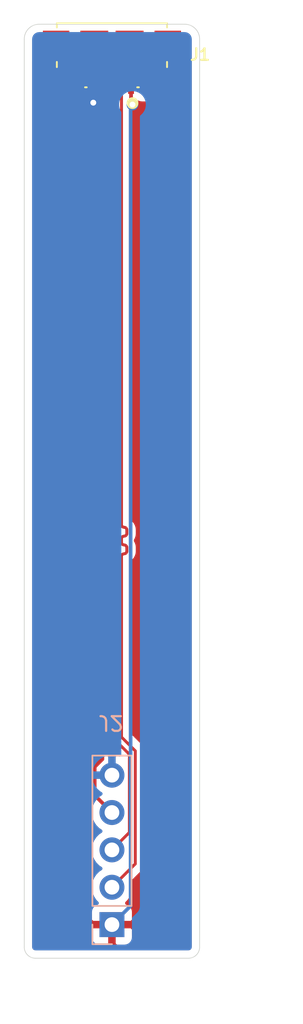
<source format=kicad_pcb>
(kicad_pcb (version 20171130) (host pcbnew 5.1.9-1.fc33)

  (general
    (thickness 1.6)
    (drawings 10)
    (tracks 391)
    (zones 0)
    (modules 2)
    (nets 6)
  )

  (page A4)
  (layers
    (0 F.Cu signal)
    (31 B.Cu signal)
    (32 B.Adhes user)
    (33 F.Adhes user)
    (34 B.Paste user)
    (35 F.Paste user)
    (36 B.SilkS user)
    (37 F.SilkS user)
    (38 B.Mask user)
    (39 F.Mask user)
    (40 Dwgs.User user)
    (41 Cmts.User user)
    (42 Eco1.User user)
    (43 Eco2.User user)
    (44 Edge.Cuts user)
    (45 Margin user)
    (46 B.CrtYd user)
    (47 F.CrtYd user)
    (48 B.Fab user)
    (49 F.Fab user)
  )

  (setup
    (last_trace_width 0.25)
    (trace_clearance 0.2)
    (zone_clearance 0.508)
    (zone_45_only no)
    (trace_min 0.2)
    (via_size 0.8)
    (via_drill 0.4)
    (via_min_size 0.4)
    (via_min_drill 0.3)
    (uvia_size 0.3)
    (uvia_drill 0.1)
    (uvias_allowed no)
    (uvia_min_size 0.2)
    (uvia_min_drill 0.1)
    (edge_width 0.05)
    (segment_width 0.2)
    (pcb_text_width 0.3)
    (pcb_text_size 1.5 1.5)
    (mod_edge_width 0.12)
    (mod_text_size 1 1)
    (mod_text_width 0.15)
    (pad_size 1.524 1.524)
    (pad_drill 0.762)
    (pad_to_mask_clearance 0)
    (aux_axis_origin 0 0)
    (grid_origin 135 59.85)
    (visible_elements FFFFFF7F)
    (pcbplotparams
      (layerselection 0x010fc_ffffffff)
      (usegerberextensions false)
      (usegerberattributes true)
      (usegerberadvancedattributes true)
      (creategerberjobfile true)
      (excludeedgelayer true)
      (linewidth 0.100000)
      (plotframeref false)
      (viasonmask false)
      (mode 1)
      (useauxorigin false)
      (hpglpennumber 1)
      (hpglpenspeed 20)
      (hpglpendiameter 15.000000)
      (psnegative false)
      (psa4output false)
      (plotreference true)
      (plotvalue true)
      (plotinvisibletext false)
      (padsonsilk false)
      (subtractmaskfromsilk false)
      (outputformat 1)
      (mirror false)
      (drillshape 1)
      (scaleselection 1)
      (outputdirectory ""))
  )

  (net 0 "")
  (net 1 "Net-(J1-Pad4)")
  (net 2 /VBUS)
  (net 3 /D-)
  (net 4 /D+)
  (net 5 /GND)

  (net_class Default "This is the default net class."
    (clearance 0.2)
    (trace_width 0.25)
    (via_dia 0.8)
    (via_drill 0.4)
    (uvia_dia 0.3)
    (uvia_drill 0.1)
    (add_net /D+)
    (add_net /D-)
    (add_net /GND)
    (add_net /VBUS)
    (add_net "Net-(J1-Pad4)")
  )

  (module Connector_PinHeader_2.54mm:PinHeader_1x05_P2.54mm_Vertical (layer B.Cu) (tedit 59FED5CC) (tstamp 62350C4A)
    (at 135 117)
    (descr "Through hole straight pin header, 1x05, 2.54mm pitch, single row")
    (tags "Through hole pin header THT 1x05 2.54mm single row")
    (path /622D3B19)
    (fp_text reference J2 (at -0.0635 -13.716 180 unlocked) (layer B.SilkS)
      (effects (font (size 1 1) (thickness 0.15)) (justify mirror))
    )
    (fp_text value Conn_01x05_Male (at 3 -5 90 unlocked) (layer B.Fab)
      (effects (font (size 1 1) (thickness 0.15)) (justify mirror))
    )
    (fp_line (start -0.635 1.27) (end 1.27 1.27) (layer B.Fab) (width 0.1))
    (fp_line (start 1.27 1.27) (end 1.27 -11.43) (layer B.Fab) (width 0.1))
    (fp_line (start 1.27 -11.43) (end -1.27 -11.43) (layer B.Fab) (width 0.1))
    (fp_line (start -1.27 -11.43) (end -1.27 0.635) (layer B.Fab) (width 0.1))
    (fp_line (start -1.27 0.635) (end -0.635 1.27) (layer B.Fab) (width 0.1))
    (fp_line (start -1.33 -11.49) (end 1.33 -11.49) (layer B.SilkS) (width 0.12))
    (fp_line (start -1.33 -1.27) (end -1.33 -11.49) (layer B.SilkS) (width 0.12))
    (fp_line (start 1.33 -1.27) (end 1.33 -11.49) (layer B.SilkS) (width 0.12))
    (fp_line (start -1.33 -1.27) (end 1.33 -1.27) (layer B.SilkS) (width 0.12))
    (fp_line (start -1.33 0) (end -1.33 1.33) (layer B.SilkS) (width 0.12))
    (fp_line (start -1.33 1.33) (end 0 1.33) (layer B.SilkS) (width 0.12))
    (fp_line (start -1.8 1.8) (end -1.8 -11.95) (layer B.CrtYd) (width 0.05))
    (fp_line (start -1.8 -11.95) (end 1.8 -11.95) (layer B.CrtYd) (width 0.05))
    (fp_line (start 1.8 -11.95) (end 1.8 1.8) (layer B.CrtYd) (width 0.05))
    (fp_line (start 1.8 1.8) (end -1.8 1.8) (layer B.CrtYd) (width 0.05))
    (fp_text user %R (at 0 -5.08 270) (layer B.Fab)
      (effects (font (size 1 1) (thickness 0.15)) (justify mirror))
    )
    (pad 5 thru_hole oval (at 0 -10.16) (size 1.7 1.7) (drill 1) (layers *.Cu *.Mask)
      (net 5 /GND))
    (pad 4 thru_hole oval (at 0 -7.62) (size 1.7 1.7) (drill 1) (layers *.Cu *.Mask)
      (net 1 "Net-(J1-Pad4)"))
    (pad 3 thru_hole oval (at 0 -5.08) (size 1.7 1.7) (drill 1) (layers *.Cu *.Mask)
      (net 4 /D+))
    (pad 2 thru_hole oval (at 0 -2.54) (size 1.7 1.7) (drill 1) (layers *.Cu *.Mask)
      (net 3 /D-))
    (pad 1 thru_hole rect (at 0 0) (size 1.7 1.7) (drill 1) (layers *.Cu *.Mask)
      (net 2 /VBUS))
    (model ${KISYS3DMOD}/Connector_PinHeader_2.54mm.3dshapes/PinHeader_1x05_P2.54mm_Vertical.wrl
      (at (xyz 0 0 0))
      (scale (xyz 1 1 1))
      (rotate (xyz 0 0 0))
    )
  )

  (module rmpogo:AMPHENOL_10118192-0001LF (layer F.Cu) (tedit 6232A580) (tstamp 62350EB3)
    (at 135 59.85 180)
    (path /622D24B6)
    (fp_text reference J1 (at -6 2 unlocked) (layer F.SilkS)
      (effects (font (size 0.787417 0.787417) (thickness 0.15)))
    )
    (fp_text value USB_B_Micro (at 0 -4 unlocked) (layer F.Fab)
      (effects (font (size 0.787449 0.787449) (thickness 0.15)))
    )
    (fp_line (start -3.75 -0.225) (end 3.75 -0.225) (layer F.Fab) (width 0.127))
    (fp_line (start 3.75 -0.225) (end 3.75 4.125) (layer F.Fab) (width 0.127))
    (fp_line (start 3.75 4.125) (end 3.75 5.436) (layer F.Fab) (width 0.127))
    (fp_line (start 3.75 5.436) (end -3.75 5.436) (layer F.Fab) (width 0.127))
    (fp_line (start -3.75 5.436) (end -3.75 4.125) (layer F.Fab) (width 0.127))
    (fp_line (start -3.75 4.125) (end -3.75 -0.225) (layer F.Fab) (width 0.127))
    (fp_line (start 3.75 4.125) (end -3.75 4.125) (layer F.Fab) (width 0.127))
    (fp_line (start 3.75 4.125) (end 7.15 4.125) (layer F.Fab) (width 0.127))
    (fp_line (start -3.75 1.15) (end -3.75 1.5) (layer F.SilkS) (width 0.127))
    (fp_line (start 3.75 1.15) (end 3.75 1.5) (layer F.SilkS) (width 0.127))
    (fp_line (start -3.75 3.85) (end -3.75 4.125) (layer F.SilkS) (width 0.127))
    (fp_line (start -3.75 4.125) (end 3.75 4.125) (layer F.SilkS) (width 0.127))
    (fp_line (start 3.75 4.125) (end 3.75 3.85) (layer F.SilkS) (width 0.127))
    (fp_line (start -1.83 -0.225) (end -1.72 -0.225) (layer F.SilkS) (width 0.127))
    (fp_line (start 1.72 -0.225) (end 1.83 -0.225) (layer F.SilkS) (width 0.127))
    (fp_line (start -4.95 -0.925) (end 4.95 -0.925) (layer F.CrtYd) (width 0.05))
    (fp_line (start 4.95 -0.925) (end 4.95 5.686) (layer F.CrtYd) (width 0.05))
    (fp_line (start 4.95 5.686) (end -4.95 5.686) (layer F.CrtYd) (width 0.05))
    (fp_line (start -4.95 5.686) (end -4.95 -0.925) (layer F.CrtYd) (width 0.05))
    (fp_circle (center -1.4 -1.3) (end -1.3 -1.3) (layer F.SilkS) (width 0.3))
    (fp_circle (center -1.4 -1.3) (end -1.3 -1.3) (layer F.Fab) (width 0.3))
    (fp_text user PCB-Edge (at 0 5 unlocked) (layer F.Fab)
      (effects (font (size 0.64061 0.64061) (thickness 0.15)))
    )
    (pad SH5 smd rect (at 1.2 2.675 180) (size 1.9 1.9) (layers F.Cu F.Paste F.Mask))
    (pad SH4 smd rect (at -1.2 2.675 180) (size 1.9 1.9) (layers F.Cu F.Paste F.Mask))
    (pad SH6 smd rect (at 3.8 2.675) (size 1.8 1.9) (layers F.Cu F.Paste F.Mask))
    (pad SH3 smd rect (at -3.8 2.675) (size 1.8 1.9) (layers F.Cu F.Paste F.Mask))
    (pad SH2 smd rect (at 3.1 0.125 180) (size 2.1 1.6) (layers F.Cu F.Paste F.Mask))
    (pad SH1 smd rect (at -3.1 0.125 180) (size 2.1 1.6) (layers F.Cu F.Paste F.Mask))
    (pad 5 smd rect (at 1.3 0 180) (size 0.4 1.35) (layers F.Cu F.Paste F.Mask)
      (net 5 /GND))
    (pad 1 smd rect (at -1.3 0 180) (size 0.4 1.35) (layers F.Cu F.Paste F.Mask)
      (net 2 /VBUS))
    (pad 4 smd rect (at 0.65 0 180) (size 0.4 1.35) (layers F.Cu F.Paste F.Mask)
      (net 1 "Net-(J1-Pad4)"))
    (pad 2 smd rect (at -0.65 0 180) (size 0.4 1.35) (layers F.Cu F.Paste F.Mask)
      (net 3 /D-))
    (pad 3 smd rect (at 0 0 180) (size 0.4 1.35) (layers F.Cu F.Paste F.Mask)
      (net 4 /D+))
  )

  (gr_arc (start 140.207 118.524) (end 140.207 119.286) (angle -90) (layer Edge.Cuts) (width 0.05) (tstamp 623523EC))
  (gr_line (start 140.969 56.802) (end 140.969 118.524) (layer Edge.Cuts) (width 0.05) (tstamp 623523D6))
  (gr_line (start 129.031 56.802) (end 129.031 118.524) (layer Edge.Cuts) (width 0.05))
  (gr_arc (start 129.793 118.524) (end 129.031 118.524) (angle -90) (layer Edge.Cuts) (width 0.05) (tstamp 6235229F))
  (gr_arc (start 130.047 56.802) (end 129.031 56.802) (angle 90) (layer Edge.Cuts) (width 0.05) (tstamp 6235227B))
  (gr_arc (start 139.953 56.802) (end 140.969 56.802) (angle -90) (layer Edge.Cuts) (width 0.05))
  (gr_line (start 139.953 55.786) (end 130.047 55.786) (layer Edge.Cuts) (width 0.05) (tstamp 62352052))
  (gr_line (start 140.207 119.286) (end 129.793 119.286) (layer Edge.Cuts) (width 0.05) (tstamp 6235203A))
  (dimension 63.5 (width 0.15) (layer Dwgs.User)
    (gr_text "2.5000 in" (at 146.6632 87.282 90) (layer Dwgs.User)
      (effects (font (size 1 1) (thickness 0.15)))
    )
    (feature1 (pts (xy 137.7432 55.532) (xy 145.949621 55.532)))
    (feature2 (pts (xy 137.7432 119.032) (xy 145.949621 119.032)))
    (crossbar (pts (xy 145.3632 119.032) (xy 145.3632 55.532)))
    (arrow1a (pts (xy 145.3632 55.532) (xy 145.949621 56.658504)))
    (arrow1b (pts (xy 145.3632 55.532) (xy 144.776779 56.658504)))
    (arrow2a (pts (xy 145.3632 119.032) (xy 145.949621 117.905496)))
    (arrow2b (pts (xy 145.3632 119.032) (xy 144.776779 117.905496)))
  )
  (dimension 11.938 (width 0.15) (layer Dwgs.User)
    (gr_text "11.938 mm" (at 135 124.4167) (layer Dwgs.User) (tstamp 62352015)
      (effects (font (size 1 1) (thickness 0.15)))
    )
    (feature1 (pts (xy 140.969 119.032) (xy 140.969 123.703121)))
    (feature2 (pts (xy 129.031 119.032) (xy 129.031 123.703121)))
    (crossbar (pts (xy 129.031 123.1167) (xy 140.969 123.1167)))
    (arrow1a (pts (xy 140.969 123.1167) (xy 139.842496 123.703121)))
    (arrow1b (pts (xy 140.969 123.1167) (xy 139.842496 122.530279)))
    (arrow2a (pts (xy 129.031 123.1167) (xy 130.157504 123.703121)))
    (arrow2b (pts (xy 129.031 123.1167) (xy 130.157504 122.530279)))
  )

  (segment (start 133.7 61.090006) (end 133.73 61.120006) (width 0.25) (layer F.Cu) (net 5))
  (via (at 133.73 61.120006) (size 0.8) (drill 0.4) (layers F.Cu B.Cu) (net 5))
  (segment (start 135 62.390006) (end 133.73 61.120006) (width 0.25) (layer B.Cu) (net 5))
  (segment (start 133.7 59.85) (end 133.7 61.090006) (width 0.25) (layer F.Cu) (net 5))
  (segment (start 135 106.84) (end 135 62.390006) (width 0.25) (layer B.Cu) (net 5))
  (segment (start 134.455002 61.722002) (end 134.35 61.827004) (width 0.25) (layer F.Cu) (net 1))
  (segment (start 133.824999 106.275999) (end 133.824999 108.204999) (width 0.25) (layer F.Cu) (net 1))
  (segment (start 134.35 105.750998) (end 133.824999 106.275999) (width 0.25) (layer F.Cu) (net 1))
  (segment (start 134.35 59.85) (end 134.455002 59.955002) (width 0.25) (layer F.Cu) (net 1))
  (segment (start 133.824999 108.204999) (end 135 109.38) (width 0.25) (layer F.Cu) (net 1))
  (segment (start 134.455002 59.955002) (end 134.455002 61.722002) (width 0.25) (layer F.Cu) (net 1))
  (segment (start 134.35 61.827004) (end 134.35 105.750998) (width 0.25) (layer F.Cu) (net 1))
  (via (at 136.397 61.246996) (size 0.8) (drill 0.4) (layers F.Cu B.Cu) (net 2))
  (segment (start 136.3 59.85) (end 136.3 61.149996) (width 0.25) (layer F.Cu) (net 2))
  (segment (start 136.3 61.149996) (end 136.397 61.246996) (width 0.25) (layer F.Cu) (net 2))
  (segment (start 136.27 61.373996) (end 136.397 61.246996) (width 0.25) (layer B.Cu) (net 2))
  (segment (start 136.27 115.73) (end 136.27 61.373996) (width 0.25) (layer B.Cu) (net 2))
  (segment (start 135 117) (end 136.27 115.73) (width 0.25) (layer B.Cu) (net 2))
  (segment (start 136.5875 112.8725) (end 135 114.46) (width 0.2) (layer F.Cu) (net 3) (status 40000))
  (segment (start 135.667972 90.691215) (end 135.654551 90.729573) (width 0.2) (layer F.Cu) (net 3) (status 40000))
  (segment (start 135.791096 89.983927) (end 135.871861 89.993028) (width 0.2) (layer F.Cu) (net 3) (status 40000))
  (segment (start 136.008406 91.647382) (end 135.994985 91.68574) (width 0.2) (layer F.Cu) (net 3) (status 40000))
  (segment (start 135.65 104.2508) (end 136.5875 105.1883) (width 0.2) (layer F.Cu) (net 3) (status 40000))
  (segment (start 135.689593 90.656806) (end 135.667972 90.691215) (width 0.2) (layer F.Cu) (net 3) (status 40000))
  (segment (start 135.910219 91.206449) (end 135.944628 91.22807) (width 0.2) (layer F.Cu) (net 3) (status 40000))
  (segment (start 135.718329 90.62807) (end 135.689593 90.656806) (width 0.2) (layer F.Cu) (net 3) (status 40000))
  (segment (start 135.667972 89.88574) (end 135.689593 89.920149) (width 0.2) (layer F.Cu) (net 3) (status 40000))
  (segment (start 135.718329 91.82807) (end 135.689593 91.856806) (width 0.2) (layer F.Cu) (net 3) (status 40000))
  (segment (start 135.654551 90.729573) (end 135.65 90.769956) (width 0.2) (layer F.Cu) (net 3) (status 40000))
  (segment (start 135.654551 89.847382) (end 135.667972 89.88574) (width 0.2) (layer F.Cu) (net 3) (status 40000))
  (segment (start 135.871861 90.583927) (end 135.791096 90.593028) (width 0.2) (layer F.Cu) (net 3) (status 40000))
  (segment (start 136.012956 90.407) (end 136.008406 90.447382) (width 0.2) (layer F.Cu) (net 3) (status 40000))
  (segment (start 136.012956 90.169956) (end 136.012956 90.407) (width 0.2) (layer F.Cu) (net 3) (status 40000))
  (segment (start 135.65 89.807) (end 135.654551 89.847382) (width 0.2) (layer F.Cu) (net 3) (status 40000))
  (segment (start 135.65 91.007) (end 135.654551 91.047382) (width 0.2) (layer F.Cu) (net 3) (status 40000))
  (segment (start 135.65 59.85) (end 135.65 89.807) (width 0.2) (layer F.Cu) (net 3) (status 40000))
  (segment (start 135.689593 89.920149) (end 135.718329 89.948885) (width 0.2) (layer F.Cu) (net 3) (status 40000))
  (segment (start 135.689593 91.120149) (end 135.718329 91.148885) (width 0.2) (layer F.Cu) (net 3) (status 40000))
  (segment (start 136.008406 90.447382) (end 135.994985 90.48574) (width 0.2) (layer F.Cu) (net 3) (status 40000))
  (segment (start 135.718329 89.948885) (end 135.752738 89.970506) (width 0.2) (layer F.Cu) (net 3) (status 40000))
  (segment (start 135.994985 90.091215) (end 136.008406 90.129573) (width 0.2) (layer F.Cu) (net 3) (status 40000))
  (segment (start 135.752738 89.970506) (end 135.791096 89.983927) (width 0.2) (layer F.Cu) (net 3) (status 40000))
  (segment (start 135.791096 90.593028) (end 135.752738 90.606449) (width 0.2) (layer F.Cu) (net 3) (status 40000))
  (segment (start 135.910219 91.770506) (end 135.871861 91.783927) (width 0.2) (layer F.Cu) (net 3) (status 40000))
  (segment (start 135.944628 90.548885) (end 135.910219 90.570506) (width 0.2) (layer F.Cu) (net 3) (status 40000))
  (segment (start 135.944628 90.02807) (end 135.973364 90.056806) (width 0.2) (layer F.Cu) (net 3) (status 40000))
  (segment (start 135.973364 90.056806) (end 135.994985 90.091215) (width 0.2) (layer F.Cu) (net 3) (status 40000))
  (segment (start 135.944628 91.22807) (end 135.973364 91.256806) (width 0.2) (layer F.Cu) (net 3) (status 40000))
  (segment (start 135.910219 90.570506) (end 135.871861 90.583927) (width 0.2) (layer F.Cu) (net 3) (status 40000))
  (segment (start 135.994985 90.48574) (end 135.973364 90.520149) (width 0.2) (layer F.Cu) (net 3) (status 40000))
  (segment (start 136.5875 105.1883) (end 136.5875 112.8725) (width 0.2) (layer F.Cu) (net 3) (status 40000))
  (segment (start 135.910219 90.006449) (end 135.944628 90.02807) (width 0.2) (layer F.Cu) (net 3) (status 40000))
  (segment (start 136.008406 90.129573) (end 136.012956 90.169956) (width 0.2) (layer F.Cu) (net 3) (status 40000))
  (segment (start 135.973364 90.520149) (end 135.944628 90.548885) (width 0.2) (layer F.Cu) (net 3) (status 40000))
  (segment (start 135.654551 91.047382) (end 135.667972 91.08574) (width 0.2) (layer F.Cu) (net 3) (status 40000))
  (segment (start 135.791096 91.183927) (end 135.871861 91.193028) (width 0.2) (layer F.Cu) (net 3) (status 40000))
  (segment (start 135.667972 91.08574) (end 135.689593 91.120149) (width 0.2) (layer F.Cu) (net 3) (status 40000))
  (segment (start 135.718329 91.148885) (end 135.752738 91.170506) (width 0.2) (layer F.Cu) (net 3) (status 40000))
  (segment (start 135.752738 91.170506) (end 135.791096 91.183927) (width 0.2) (layer F.Cu) (net 3) (status 40000))
  (segment (start 135.871861 91.783927) (end 135.791096 91.793028) (width 0.2) (layer F.Cu) (net 3) (status 40000))
  (segment (start 135.871861 91.193028) (end 135.910219 91.206449) (width 0.2) (layer F.Cu) (net 3) (status 40000))
  (segment (start 135.65 90.769956) (end 135.65 91.007) (width 0.2) (layer F.Cu) (net 3) (status 40000))
  (segment (start 135.973364 91.256806) (end 135.994985 91.291215) (width 0.2) (layer F.Cu) (net 3) (status 40000))
  (segment (start 135.994985 91.291215) (end 136.008406 91.329573) (width 0.2) (layer F.Cu) (net 3) (status 40000))
  (segment (start 135.871861 89.993028) (end 135.910219 90.006449) (width 0.2) (layer F.Cu) (net 3) (status 40000))
  (segment (start 136.008406 91.329573) (end 136.012956 91.369956) (width 0.2) (layer F.Cu) (net 3) (status 40000))
  (segment (start 136.012956 91.369956) (end 136.012956 91.607) (width 0.2) (layer F.Cu) (net 3) (status 40000))
  (segment (start 136.012956 91.607) (end 136.008406 91.647382) (width 0.2) (layer F.Cu) (net 3) (status 40000))
  (segment (start 135.973364 91.720149) (end 135.944628 91.748885) (width 0.2) (layer F.Cu) (net 3) (status 40000))
  (segment (start 135.994985 91.68574) (end 135.973364 91.720149) (width 0.2) (layer F.Cu) (net 3) (status 40000))
  (segment (start 135.944628 91.748885) (end 135.910219 91.770506) (width 0.2) (layer F.Cu) (net 3) (status 40000))
  (segment (start 135.752738 90.606449) (end 135.718329 90.62807) (width 0.2) (layer F.Cu) (net 3) (status 40000))
  (segment (start 135.791096 91.793028) (end 135.752738 91.806449) (width 0.2) (layer F.Cu) (net 3) (status 40000))
  (segment (start 135.752738 91.806449) (end 135.718329 91.82807) (width 0.2) (layer F.Cu) (net 3) (status 40000))
  (segment (start 135.689593 91.856806) (end 135.667972 91.891215) (width 0.2) (layer F.Cu) (net 3) (status 40000))
  (segment (start 135.667972 91.891215) (end 135.654551 91.929573) (width 0.2) (layer F.Cu) (net 3) (status 40000))
  (segment (start 135.654551 91.929573) (end 135.65 91.969956) (width 0.2) (layer F.Cu) (net 3) (status 40000))
  (segment (start 135.65 91.969956) (end 135.65 104.2508) (width 0.2) (layer F.Cu) (net 3) (status 40000))
  (segment (start 135.024707 82.500328) (end 135.049925 82.484483) (width 0.2) (layer F.Cu) (net 4) (status 40000))
  (segment (start 134.996596 82.510165) (end 135.024707 82.500328) (width 0.2) (layer F.Cu) (net 4) (status 40000))
  (segment (start 134.884076 82.542516) (end 134.909294 82.526671) (width 0.2) (layer F.Cu) (net 4) (status 40000))
  (segment (start 134.863017 82.563575) (end 134.884076 82.542516) (width 0.2) (layer F.Cu) (net 4) (status 40000))
  (segment (start 134.847172 82.588793) (end 134.863017 82.563575) (width 0.2) (layer F.Cu) (net 4) (status 40000))
  (segment (start 134.834 82.9805) (end 134.834 82.6465) (width 0.2) (layer F.Cu) (net 4) (status 40000))
  (segment (start 134.837335 83.010095) (end 134.834 82.9805) (width 0.2) (layer F.Cu) (net 4) (status 40000))
  (segment (start 134.847172 83.038206) (end 134.837335 83.010095) (width 0.2) (layer F.Cu) (net 4) (status 40000))
  (segment (start 134.863017 83.063424) (end 134.847172 83.038206) (width 0.2) (layer F.Cu) (net 4) (status 40000))
  (segment (start 134.884076 83.084483) (end 134.863017 83.063424) (width 0.2) (layer F.Cu) (net 4) (status 40000))
  (segment (start 134.909294 83.100328) (end 134.884076 83.084483) (width 0.2) (layer F.Cu) (net 4) (status 40000))
  (segment (start 134.937405 83.110165) (end 134.909294 83.100328) (width 0.2) (layer F.Cu) (net 4) (status 40000))
  (segment (start 135.070984 83.163575) (end 135.049925 83.142516) (width 0.2) (layer F.Cu) (net 4) (status 40000))
  (segment (start 135.086829 83.188793) (end 135.070984 83.163575) (width 0.2) (layer F.Cu) (net 4) (status 40000))
  (segment (start 135.1 83.5805) (end 135.1 83.2465) (width 0.2) (layer F.Cu) (net 4) (status 40000))
  (segment (start 135.096666 83.610095) (end 135.1 83.5805) (width 0.2) (layer F.Cu) (net 4) (status 40000))
  (segment (start 135.086829 83.638206) (end 135.096666 83.610095) (width 0.2) (layer F.Cu) (net 4) (status 40000))
  (segment (start 135.024707 83.700328) (end 135.049925 83.684483) (width 0.2) (layer F.Cu) (net 4) (status 40000))
  (segment (start 134.996596 83.710165) (end 135.024707 83.700328) (width 0.2) (layer F.Cu) (net 4) (status 40000))
  (segment (start 134.884076 83.742516) (end 134.909294 83.726671) (width 0.2) (layer F.Cu) (net 4) (status 40000))
  (segment (start 134.863017 83.763575) (end 134.884076 83.742516) (width 0.2) (layer F.Cu) (net 4) (status 40000))
  (segment (start 134.847172 83.788793) (end 134.863017 83.763575) (width 0.2) (layer F.Cu) (net 4) (status 40000))
  (segment (start 134.834 84.1805) (end 134.834 83.8465) (width 0.2) (layer F.Cu) (net 4) (status 40000))
  (segment (start 134.837335 84.210095) (end 134.834 84.1805) (width 0.2) (layer F.Cu) (net 4) (status 40000))
  (segment (start 134.847172 84.238206) (end 134.837335 84.210095) (width 0.2) (layer F.Cu) (net 4) (status 40000))
  (segment (start 134.863017 84.263424) (end 134.847172 84.238206) (width 0.2) (layer F.Cu) (net 4) (status 40000))
  (segment (start 134.884076 84.284483) (end 134.863017 84.263424) (width 0.2) (layer F.Cu) (net 4) (status 40000))
  (segment (start 135.070984 84.363575) (end 135.049925 84.342516) (width 0.2) (layer F.Cu) (net 4) (status 40000))
  (segment (start 135.086829 84.388793) (end 135.070984 84.363575) (width 0.2) (layer F.Cu) (net 4) (status 40000))
  (segment (start 134.937405 89.716834) (end 134.996596 89.710165) (width 0.2) (layer F.Cu) (net 4) (status 40000))
  (segment (start 134.909294 89.726671) (end 134.937405 89.716834) (width 0.2) (layer F.Cu) (net 4) (status 40000))
  (segment (start 135.070984 82.463424) (end 135.086829 82.438206) (width 0.2) (layer F.Cu) (net 4) (status 40000))
  (segment (start 135.024707 86.100328) (end 135.049925 86.084483) (width 0.2) (layer F.Cu) (net 4) (status 40000))
  (segment (start 134.909294 90.300328) (end 134.884076 90.284483) (width 0.2) (layer F.Cu) (net 4) (status 40000))
  (segment (start 134.996596 90.316834) (end 134.937405 90.310165) (width 0.2) (layer F.Cu) (net 4) (status 40000))
  (segment (start 135.096666 82.410095) (end 135.1 82.3805) (width 0.2) (layer F.Cu) (net 4) (status 40000))
  (segment (start 135.070984 93.963575) (end 135.049925 93.942516) (width 0.2) (layer F.Cu) (net 4) (status 40000))
  (segment (start 134.837335 83.816904) (end 134.847172 83.788793) (width 0.2) (layer F.Cu) (net 4) (status 40000))
  (segment (start 135.024707 88.500328) (end 135.049925 88.484483) (width 0.2) (layer F.Cu) (net 4) (status 40000))
  (segment (start 135.024707 90.326671) (end 134.996596 90.316834) (width 0.2) (layer F.Cu) (net 4) (status 40000))
  (segment (start 135.049925 91.542516) (end 135.024707 91.526671) (width 0.2) (layer F.Cu) (net 4) (status 40000))
  (segment (start 135.086829 82.438206) (end 135.096666 82.410095) (width 0.2) (layer F.Cu) (net 4) (status 40000))
  (segment (start 135.086829 93.988793) (end 135.070984 93.963575) (width 0.2) (layer F.Cu) (net 4) (status 40000))
  (segment (start 134.834 83.8465) (end 134.837335 83.816904) (width 0.2) (layer F.Cu) (net 4) (status 40000))
  (segment (start 134.996596 88.510165) (end 135.024707 88.500328) (width 0.2) (layer F.Cu) (net 4) (status 40000))
  (segment (start 135.049925 90.342516) (end 135.024707 90.326671) (width 0.2) (layer F.Cu) (net 4) (status 40000))
  (segment (start 135.070984 90.363575) (end 135.049925 90.342516) (width 0.2) (layer F.Cu) (net 4) (status 40000))
  (segment (start 135.086829 90.388793) (end 135.070984 90.363575) (width 0.2) (layer F.Cu) (net 4) (status 40000))
  (segment (start 134.884076 88.542516) (end 134.909294 88.526671) (width 0.2) (layer F.Cu) (net 4) (status 40000))
  (segment (start 135.1 90.7805) (end 135.1 90.4465) (width 0.2) (layer F.Cu) (net 4) (status 40000))
  (segment (start 135.096666 90.810095) (end 135.1 90.7805) (width 0.2) (layer F.Cu) (net 4) (status 40000))
  (segment (start 135.086829 90.838206) (end 135.096666 90.810095) (width 0.2) (layer F.Cu) (net 4) (status 40000))
  (segment (start 134.834 88.9805) (end 134.834 88.6465) (width 0.2) (layer F.Cu) (net 4) (status 40000))
  (segment (start 135.070984 90.863424) (end 135.086829 90.838206) (width 0.2) (layer F.Cu) (net 4) (status 40000))
  (segment (start 134.837335 89.010095) (end 134.834 88.9805) (width 0.2) (layer F.Cu) (net 4) (status 40000))
  (segment (start 135.024707 90.900328) (end 135.049925 90.884483) (width 0.2) (layer F.Cu) (net 4) (status 40000))
  (segment (start 134.996596 92.110165) (end 135.024707 92.100328) (width 0.2) (layer F.Cu) (net 4) (status 40000))
  (segment (start 134.937405 84.310165) (end 134.909294 84.300328) (width 0.2) (layer F.Cu) (net 4) (status 40000))
  (segment (start 134.847172 87.838206) (end 134.837335 87.810095) (width 0.2) (layer F.Cu) (net 4) (status 40000))
  (segment (start 134.937405 90.916834) (end 134.996596 90.910165) (width 0.2) (layer F.Cu) (net 4) (status 40000))
  (segment (start 134.909294 92.126671) (end 134.937405 92.116834) (width 0.2) (layer F.Cu) (net 4) (status 40000))
  (segment (start 134.909294 89.100328) (end 134.884076 89.084483) (width 0.2) (layer F.Cu) (net 4) (status 40000))
  (segment (start 135.024707 84.326671) (end 134.996596 84.316834) (width 0.2) (layer F.Cu) (net 4) (status 40000))
  (segment (start 134.884076 87.884483) (end 134.863017 87.863424) (width 0.2) (layer F.Cu) (net 4) (status 40000))
  (segment (start 134.909294 90.926671) (end 134.937405 90.916834) (width 0.2) (layer F.Cu) (net 4) (status 40000))
  (segment (start 134.937405 89.110165) (end 134.909294 89.100328) (width 0.2) (layer F.Cu) (net 4) (status 40000))
  (segment (start 134.834 91.3805) (end 134.834 91.0465) (width 0.2) (layer F.Cu) (net 4) (status 40000))
  (segment (start 134.837335 91.410095) (end 134.834 91.3805) (width 0.2) (layer F.Cu) (net 4) (status 40000))
  (segment (start 134.863017 91.463424) (end 134.847172 91.438206) (width 0.2) (layer F.Cu) (net 4) (status 40000))
  (segment (start 135.096666 89.610095) (end 135.1 89.5805) (width 0.2) (layer F.Cu) (net 4) (status 40000))
  (segment (start 135.1 88.3805) (end 135.1 88.0465) (width 0.2) (layer F.Cu) (net 4) (status 40000))
  (segment (start 134.884076 91.484483) (end 134.863017 91.463424) (width 0.2) (layer F.Cu) (net 4) (status 40000))
  (segment (start 134.909294 92.700328) (end 134.884076 92.684483) (width 0.2) (layer F.Cu) (net 4) (status 40000))
  (segment (start 135.086829 89.638206) (end 135.096666 89.610095) (width 0.2) (layer F.Cu) (net 4) (status 40000))
  (segment (start 135.096666 88.410095) (end 135.1 88.3805) (width 0.2) (layer F.Cu) (net 4) (status 40000))
  (segment (start 134.909294 91.500328) (end 134.884076 91.484483) (width 0.2) (layer F.Cu) (net 4) (status 40000))
  (segment (start 134.996596 91.516834) (end 134.937405 91.510165) (width 0.2) (layer F.Cu) (net 4) (status 40000))
  (segment (start 135.024707 89.700328) (end 135.049925 89.684483) (width 0.2) (layer F.Cu) (net 4) (status 40000))
  (segment (start 135.024707 91.526671) (end 134.996596 91.516834) (width 0.2) (layer F.Cu) (net 4) (status 40000))
  (segment (start 134.996596 89.710165) (end 135.024707 89.700328) (width 0.2) (layer F.Cu) (net 4) (status 40000))
  (segment (start 135.070984 91.563575) (end 135.049925 91.542516) (width 0.2) (layer F.Cu) (net 4) (status 40000))
  (segment (start 134.937405 88.516834) (end 134.996596 88.510165) (width 0.2) (layer F.Cu) (net 4) (status 40000))
  (segment (start 135.086829 91.588793) (end 135.070984 91.563575) (width 0.2) (layer F.Cu) (net 4) (status 40000))
  (segment (start 134.909294 88.526671) (end 134.937405 88.516834) (width 0.2) (layer F.Cu) (net 4) (status 40000))
  (segment (start 135.024707 84.900328) (end 135.049925 84.884483) (width 0.2) (layer F.Cu) (net 4) (status 40000))
  (segment (start 135.096666 91.616904) (end 135.086829 91.588793) (width 0.2) (layer F.Cu) (net 4) (status 40000))
  (segment (start 134.837335 90.210095) (end 134.834 90.1805) (width 0.2) (layer F.Cu) (net 4) (status 40000))
  (segment (start 134.863017 89.763575) (end 134.884076 89.742516) (width 0.2) (layer F.Cu) (net 4) (status 40000))
  (segment (start 135.1 91.6465) (end 135.096666 91.616904) (width 0.2) (layer F.Cu) (net 4) (status 40000))
  (segment (start 134.847172 89.788793) (end 134.863017 89.763575) (width 0.2) (layer F.Cu) (net 4) (status 40000))
  (segment (start 135.1 91.9805) (end 135.1 91.6465) (width 0.2) (layer F.Cu) (net 4) (status 40000))
  (segment (start 135.1 90.4465) (end 135.096666 90.416904) (width 0.2) (layer F.Cu) (net 4) (status 40000))
  (segment (start 134.847172 88.588793) (end 134.863017 88.563575) (width 0.2) (layer F.Cu) (net 4) (status 40000))
  (segment (start 135.096666 92.010095) (end 135.1 91.9805) (width 0.2) (layer F.Cu) (net 4) (status 40000))
  (segment (start 135.086829 93.238206) (end 135.096666 93.210095) (width 0.2) (layer F.Cu) (net 4) (status 40000))
  (segment (start 134.837335 88.616904) (end 134.847172 88.588793) (width 0.2) (layer F.Cu) (net 4) (status 40000))
  (segment (start 134.884076 84.942516) (end 134.909294 84.926671) (width 0.2) (layer F.Cu) (net 4) (status 40000))
  (segment (start 135.086829 92.038206) (end 135.096666 92.010095) (width 0.2) (layer F.Cu) (net 4) (status 40000))
  (segment (start 135.070984 93.263424) (end 135.086829 93.238206) (width 0.2) (layer F.Cu) (net 4) (status 40000))
  (segment (start 134.834 90.1805) (end 134.834 89.8465) (width 0.2) (layer F.Cu) (net 4) (status 40000))
  (segment (start 134.834 88.6465) (end 134.837335 88.616904) (width 0.2) (layer F.Cu) (net 4) (status 40000))
  (segment (start 134.863017 84.963575) (end 134.884076 84.942516) (width 0.2) (layer F.Cu) (net 4) (status 40000))
  (segment (start 135.070984 92.063424) (end 135.086829 92.038206) (width 0.2) (layer F.Cu) (net 4) (status 40000))
  (segment (start 135.049925 93.284483) (end 135.070984 93.263424) (width 0.2) (layer F.Cu) (net 4) (status 40000))
  (segment (start 134.847172 84.988793) (end 134.863017 84.963575) (width 0.2) (layer F.Cu) (net 4) (status 40000))
  (segment (start 135.024707 92.100328) (end 135.049925 92.084483) (width 0.2) (layer F.Cu) (net 4) (status 40000))
  (segment (start 135.096666 95.216904) (end 135.086829 95.188793) (width 0.2) (layer F.Cu) (net 4) (status 40000))
  (segment (start 134.909294 84.300328) (end 134.884076 84.284483) (width 0.2) (layer F.Cu) (net 4) (status 40000))
  (segment (start 134.837335 87.810095) (end 134.834 87.7805) (width 0.2) (layer F.Cu) (net 4) (status 40000))
  (segment (start 134.937405 92.116834) (end 134.996596 92.110165) (width 0.2) (layer F.Cu) (net 4) (status 40000))
  (segment (start 134.996596 90.910165) (end 135.024707 90.900328) (width 0.2) (layer F.Cu) (net 4) (status 40000))
  (segment (start 134.996596 84.316834) (end 134.937405 84.310165) (width 0.2) (layer F.Cu) (net 4) (status 40000))
  (segment (start 134.863017 87.863424) (end 134.847172 87.838206) (width 0.2) (layer F.Cu) (net 4) (status 40000))
  (segment (start 134.863017 92.163575) (end 134.884076 92.142516) (width 0.2) (layer F.Cu) (net 4) (status 40000))
  (segment (start 134.884076 90.942516) (end 134.909294 90.926671) (width 0.2) (layer F.Cu) (net 4) (status 40000))
  (segment (start 134.847172 90.238206) (end 134.837335 90.210095) (width 0.2) (layer F.Cu) (net 4) (status 40000))
  (segment (start 134.937405 87.910165) (end 134.909294 87.900328) (width 0.2) (layer F.Cu) (net 4) (status 40000))
  (segment (start 134.847172 92.188793) (end 134.863017 92.163575) (width 0.2) (layer F.Cu) (net 4) (status 40000))
  (segment (start 134.863017 90.963575) (end 134.884076 90.942516) (width 0.2) (layer F.Cu) (net 4) (status 40000))
  (segment (start 134.863017 90.263424) (end 134.847172 90.238206) (width 0.2) (layer F.Cu) (net 4) (status 40000))
  (segment (start 134.996596 87.916834) (end 134.937405 87.910165) (width 0.2) (layer F.Cu) (net 4) (status 40000))
  (segment (start 134.834 92.2465) (end 134.837335 92.216904) (width 0.2) (layer F.Cu) (net 4) (status 40000))
  (segment (start 134.837335 91.016904) (end 134.847172 90.988793) (width 0.2) (layer F.Cu) (net 4) (status 40000))
  (segment (start 135.070984 89.163575) (end 135.049925 89.142516) (width 0.2) (layer F.Cu) (net 4) (status 40000))
  (segment (start 134.996596 92.716834) (end 134.937405 92.710165) (width 0.2) (layer F.Cu) (net 4) (status 40000))
  (segment (start 135.049925 89.684483) (end 135.070984 89.663424) (width 0.2) (layer F.Cu) (net 4) (status 40000))
  (segment (start 135.070984 88.463424) (end 135.086829 88.438206) (width 0.2) (layer F.Cu) (net 4) (status 40000))
  (segment (start 135.024707 92.726671) (end 134.996596 92.716834) (width 0.2) (layer F.Cu) (net 4) (status 40000))
  (segment (start 135.049925 88.484483) (end 135.070984 88.463424) (width 0.2) (layer F.Cu) (net 4) (status 40000))
  (segment (start 135.086829 86.038206) (end 135.096666 86.010095) (width 0.2) (layer F.Cu) (net 4) (status 40000))
  (segment (start 135.096666 84.810095) (end 135.1 84.7805) (width 0.2) (layer F.Cu) (net 4) (status 40000))
  (segment (start 135.096666 92.816904) (end 135.086829 92.788793) (width 0.2) (layer F.Cu) (net 4) (status 40000))
  (segment (start 135.049925 82.484483) (end 135.070984 82.463424) (width 0.2) (layer F.Cu) (net 4) (status 40000))
  (segment (start 134.996596 86.110165) (end 135.024707 86.100328) (width 0.2) (layer F.Cu) (net 4) (status 40000))
  (segment (start 134.937405 84.916834) (end 134.996596 84.910165) (width 0.2) (layer F.Cu) (net 4) (status 40000))
  (segment (start 135.1 93.1805) (end 135.1 92.8465) (width 0.2) (layer F.Cu) (net 4) (status 40000))
  (segment (start 135.096666 90.416904) (end 135.086829 90.388793) (width 0.2) (layer F.Cu) (net 4) (status 40000))
  (segment (start 134.863017 88.563575) (end 134.884076 88.542516) (width 0.2) (layer F.Cu) (net 4) (status 40000))
  (segment (start 134.863017 93.863424) (end 134.847172 93.838206) (width 0.2) (layer F.Cu) (net 4) (status 40000))
  (segment (start 135.1 89.2465) (end 135.096666 89.216904) (width 0.2) (layer F.Cu) (net 4) (status 40000))
  (segment (start 135.086829 86.788793) (end 135.070984 86.763575) (width 0.2) (layer F.Cu) (net 4) (status 40000))
  (segment (start 135.070984 85.563575) (end 135.049925 85.542516) (width 0.2) (layer F.Cu) (net 4) (status 40000))
  (segment (start 134.884076 94.542516) (end 134.909294 94.526671) (width 0.2) (layer F.Cu) (net 4) (status 40000))
  (segment (start 134.937405 93.316834) (end 134.996596 93.310165) (width 0.2) (layer F.Cu) (net 4) (status 40000))
  (segment (start 134.863017 89.063424) (end 134.847172 89.038206) (width 0.2) (layer F.Cu) (net 4) (status 40000))
  (segment (start 134.834 85.3805) (end 134.834 85.0465) (width 0.2) (layer F.Cu) (net 4) (status 40000))
  (segment (start 134.884076 92.684483) (end 134.863017 92.663424) (width 0.2) (layer F.Cu) (net 4) (status 40000))
  (segment (start 135.049925 94.484483) (end 135.070984 94.463424) (width 0.2) (layer F.Cu) (net 4) (status 40000))
  (segment (start 134.837335 82.616904) (end 134.847172 82.588793) (width 0.2) (layer F.Cu) (net 4) (status 40000))
  (segment (start 134.834 86.5805) (end 134.834 86.2465) (width 0.2) (layer F.Cu) (net 4) (status 40000))
  (segment (start 136.187489 105.424689) (end 135.1 104.3372) (width 0.2) (layer F.Cu) (net 4) (status 40000))
  (segment (start 134.834 85.0465) (end 134.837335 85.016904) (width 0.2) (layer F.Cu) (net 4) (status 40000))
  (segment (start 134.996596 93.310165) (end 135.024707 93.300328) (width 0.2) (layer F.Cu) (net 4) (status 40000))
  (segment (start 135.049925 90.884483) (end 135.070984 90.863424) (width 0.2) (layer F.Cu) (net 4) (status 40000))
  (segment (start 134.837335 95.010095) (end 134.834 94.9805) (width 0.2) (layer F.Cu) (net 4) (status 40000))
  (segment (start 134.837335 92.216904) (end 134.847172 92.188793) (width 0.2) (layer F.Cu) (net 4) (status 40000))
  (segment (start 135.049925 89.142516) (end 135.024707 89.126671) (width 0.2) (layer F.Cu) (net 4) (status 40000))
  (segment (start 134.884076 90.284483) (end 134.863017 90.263424) (width 0.2) (layer F.Cu) (net 4) (status 40000))
  (segment (start 135.1 104.3372) (end 135.1 95.2465) (width 0.2) (layer F.Cu) (net 4) (status 40000))
  (segment (start 135.024707 87.926671) (end 134.996596 87.916834) (width 0.2) (layer F.Cu) (net 4) (status 40000))
  (segment (start 134.884076 95.084483) (end 134.863017 95.063424) (width 0.2) (layer F.Cu) (net 4) (status 40000))
  (segment (start 135.1 92.8465) (end 135.096666 92.816904) (width 0.2) (layer F.Cu) (net 4) (status 40000))
  (segment (start 134.937405 86.116834) (end 134.996596 86.110165) (width 0.2) (layer F.Cu) (net 4) (status 40000))
  (segment (start 135.049925 92.084483) (end 135.070984 92.063424) (width 0.2) (layer F.Cu) (net 4) (status 40000))
  (segment (start 135.024707 93.300328) (end 135.049925 93.284483) (width 0.2) (layer F.Cu) (net 4) (status 40000))
  (segment (start 134.837335 85.016904) (end 134.847172 84.988793) (width 0.2) (layer F.Cu) (net 4) (status 40000))
  (segment (start 134.847172 95.038206) (end 134.837335 95.010095) (width 0.2) (layer F.Cu) (net 4) (status 40000))
  (segment (start 134.837335 94.616904) (end 134.847172 94.588793) (width 0.2) (layer F.Cu) (net 4) (status 40000))
  (segment (start 134.863017 86.663424) (end 134.847172 86.638206) (width 0.2) (layer F.Cu) (net 4) (status 40000))
  (segment (start 134.937405 90.310165) (end 134.909294 90.300328) (width 0.2) (layer F.Cu) (net 4) (status 40000))
  (segment (start 135.1 82.3805) (end 135.1 59.95) (width 0.2) (layer F.Cu) (net 4) (status 40000))
  (segment (start 135.049925 93.942516) (end 135.024707 93.926671) (width 0.2) (layer F.Cu) (net 4) (status 40000))
  (segment (start 135.049925 95.142516) (end 135.024707 95.126671) (width 0.2) (layer F.Cu) (net 4) (status 40000))
  (segment (start 134.863017 95.063424) (end 134.847172 95.038206) (width 0.2) (layer F.Cu) (net 4) (status 40000))
  (segment (start 135.049925 83.142516) (end 135.024707 83.126671) (width 0.2) (layer F.Cu) (net 4) (status 40000))
  (segment (start 135.096666 94.016904) (end 135.086829 93.988793) (width 0.2) (layer F.Cu) (net 4) (status 40000))
  (segment (start 134.937405 87.316834) (end 134.996596 87.310165) (width 0.2) (layer F.Cu) (net 4) (status 40000))
  (segment (start 134.847172 94.588793) (end 134.863017 94.563575) (width 0.2) (layer F.Cu) (net 4) (status 40000))
  (segment (start 134.847172 86.638206) (end 134.837335 86.610095) (width 0.2) (layer F.Cu) (net 4) (status 40000))
  (segment (start 134.847172 91.438206) (end 134.837335 91.410095) (width 0.2) (layer F.Cu) (net 4) (status 40000))
  (segment (start 135.1 94.3805) (end 135.1 94.0465) (width 0.2) (layer F.Cu) (net 4) (status 40000))
  (segment (start 135.1 89.5805) (end 135.1 89.2465) (width 0.2) (layer F.Cu) (net 4) (status 40000))
  (segment (start 135 111.92) (end 136.187489 110.732511) (width 0.2) (layer F.Cu) (net 4) (status 40000))
  (segment (start 134.937405 91.510165) (end 134.909294 91.500328) (width 0.2) (layer F.Cu) (net 4) (status 40000))
  (segment (start 135.096666 86.010095) (end 135.1 85.9805) (width 0.2) (layer F.Cu) (net 4) (status 40000))
  (segment (start 135.024707 93.926671) (end 134.996596 93.916834) (width 0.2) (layer F.Cu) (net 4) (status 40000))
  (segment (start 135.070984 94.463424) (end 135.086829 94.438206) (width 0.2) (layer F.Cu) (net 4) (status 40000))
  (segment (start 134.834 93.4465) (end 134.837335 93.416904) (width 0.2) (layer F.Cu) (net 4) (status 40000))
  (segment (start 134.996596 86.716834) (end 134.937405 86.710165) (width 0.2) (layer F.Cu) (net 4) (status 40000))
  (segment (start 134.937405 85.510165) (end 134.909294 85.500328) (width 0.2) (layer F.Cu) (net 4) (status 40000))
  (segment (start 134.847172 90.988793) (end 134.863017 90.963575) (width 0.2) (layer F.Cu) (net 4) (status 40000))
  (segment (start 134.937405 95.110165) (end 134.909294 95.100328) (width 0.2) (layer F.Cu) (net 4) (status 40000))
  (segment (start 135.070984 87.263424) (end 135.086829 87.238206) (width 0.2) (layer F.Cu) (net 4) (status 40000))
  (segment (start 134.837335 92.610095) (end 134.834 92.5805) (width 0.2) (layer F.Cu) (net 4) (status 40000))
  (segment (start 135.086829 87.988793) (end 135.070984 87.963575) (width 0.2) (layer F.Cu) (net 4) (status 40000))
  (segment (start 134.937405 93.910165) (end 134.909294 93.900328) (width 0.2) (layer F.Cu) (net 4) (status 40000))
  (segment (start 135.1 84.4465) (end 135.096666 84.416904) (width 0.2) (layer F.Cu) (net 4) (status 40000))
  (segment (start 134.837335 93.416904) (end 134.847172 93.388793) (width 0.2) (layer F.Cu) (net 4) (status 40000))
  (segment (start 135.024707 89.126671) (end 134.996596 89.116834) (width 0.2) (layer F.Cu) (net 4) (status 40000))
  (segment (start 134.937405 86.710165) (end 134.909294 86.700328) (width 0.2) (layer F.Cu) (net 4) (status 40000))
  (segment (start 134.909294 85.500328) (end 134.884076 85.484483) (width 0.2) (layer F.Cu) (net 4) (status 40000))
  (segment (start 135.086829 95.188793) (end 135.070984 95.163575) (width 0.2) (layer F.Cu) (net 4) (status 40000))
  (segment (start 135.1 59.95) (end 135 59.85) (width 0.2) (layer F.Cu) (net 4) (status 40000))
  (segment (start 134.884076 92.142516) (end 134.909294 92.126671) (width 0.2) (layer F.Cu) (net 4) (status 40000))
  (segment (start 135.049925 84.342516) (end 135.024707 84.326671) (width 0.2) (layer F.Cu) (net 4) (status 40000))
  (segment (start 134.909294 87.900328) (end 134.884076 87.884483) (width 0.2) (layer F.Cu) (net 4) (status 40000))
  (segment (start 135.086829 94.438206) (end 135.096666 94.410095) (width 0.2) (layer F.Cu) (net 4) (status 40000))
  (segment (start 134.909294 83.726671) (end 134.937405 83.716834) (width 0.2) (layer F.Cu) (net 4) (status 40000))
  (segment (start 134.863017 87.363575) (end 134.884076 87.342516) (width 0.2) (layer F.Cu) (net 4) (status 40000))
  (segment (start 135.096666 84.416904) (end 135.086829 84.388793) (width 0.2) (layer F.Cu) (net 4) (status 40000))
  (segment (start 134.909294 95.100328) (end 134.884076 95.084483) (width 0.2) (layer F.Cu) (net 4) (status 40000))
  (segment (start 134.884076 89.742516) (end 134.909294 89.726671) (width 0.2) (layer F.Cu) (net 4) (status 40000))
  (segment (start 136.187489 110.732511) (end 136.187489 105.424689) (width 0.2) (layer F.Cu) (net 4) (status 40000))
  (segment (start 134.937405 92.710165) (end 134.909294 92.700328) (width 0.2) (layer F.Cu) (net 4) (status 40000))
  (segment (start 135.070984 89.663424) (end 135.086829 89.638206) (width 0.2) (layer F.Cu) (net 4) (status 40000))
  (segment (start 134.834 94.9805) (end 134.834 94.6465) (width 0.2) (layer F.Cu) (net 4) (status 40000))
  (segment (start 135.086829 88.438206) (end 135.096666 88.410095) (width 0.2) (layer F.Cu) (net 4) (status 40000))
  (segment (start 134.996596 93.916834) (end 134.937405 93.910165) (width 0.2) (layer F.Cu) (net 4) (status 40000))
  (segment (start 135.1 85.9805) (end 135.1 85.6465) (width 0.2) (layer F.Cu) (net 4) (status 40000))
  (segment (start 134.847172 89.038206) (end 134.837335 89.010095) (width 0.2) (layer F.Cu) (net 4) (status 40000))
  (segment (start 135.1 95.2465) (end 135.096666 95.216904) (width 0.2) (layer F.Cu) (net 4) (status 40000))
  (segment (start 134.863017 94.563575) (end 134.884076 94.542516) (width 0.2) (layer F.Cu) (net 4) (status 40000))
  (segment (start 134.834 82.6465) (end 134.837335 82.616904) (width 0.2) (layer F.Cu) (net 4) (status 40000))
  (segment (start 134.837335 86.610095) (end 134.834 86.5805) (width 0.2) (layer F.Cu) (net 4) (status 40000))
  (segment (start 134.996596 84.910165) (end 135.024707 84.900328) (width 0.2) (layer F.Cu) (net 4) (status 40000))
  (segment (start 135.024707 94.500328) (end 135.049925 94.484483) (width 0.2) (layer F.Cu) (net 4) (status 40000))
  (segment (start 134.996596 95.116834) (end 134.937405 95.110165) (width 0.2) (layer F.Cu) (net 4) (status 40000))
  (segment (start 135.096666 94.410095) (end 135.1 94.3805) (width 0.2) (layer F.Cu) (net 4) (status 40000))
  (segment (start 134.863017 92.663424) (end 134.847172 92.638206) (width 0.2) (layer F.Cu) (net 4) (status 40000))
  (segment (start 135.1 88.0465) (end 135.096666 88.016904) (width 0.2) (layer F.Cu) (net 4) (status 40000))
  (segment (start 134.847172 93.838206) (end 134.837335 93.810095) (width 0.2) (layer F.Cu) (net 4) (status 40000))
  (segment (start 135.096666 89.216904) (end 135.086829 89.188793) (width 0.2) (layer F.Cu) (net 4) (status 40000))
  (segment (start 135.024707 83.126671) (end 134.996596 83.116834) (width 0.2) (layer F.Cu) (net 4) (status 40000))
  (segment (start 135.070984 86.763575) (end 135.049925 86.742516) (width 0.2) (layer F.Cu) (net 4) (status 40000))
  (segment (start 135.049925 85.542516) (end 135.024707 85.526671) (width 0.2) (layer F.Cu) (net 4) (status 40000))
  (segment (start 134.834 91.0465) (end 134.837335 91.016904) (width 0.2) (layer F.Cu) (net 4) (status 40000))
  (segment (start 135.086829 89.188793) (end 135.070984 89.163575) (width 0.2) (layer F.Cu) (net 4) (status 40000))
  (segment (start 134.996596 83.116834) (end 134.937405 83.110165) (width 0.2) (layer F.Cu) (net 4) (status 40000))
  (segment (start 135.049925 86.742516) (end 135.024707 86.726671) (width 0.2) (layer F.Cu) (net 4) (status 40000))
  (segment (start 134.834 94.6465) (end 134.837335 94.616904) (width 0.2) (layer F.Cu) (net 4) (status 40000))
  (segment (start 134.884076 86.684483) (end 134.863017 86.663424) (width 0.2) (layer F.Cu) (net 4) (status 40000))
  (segment (start 134.847172 92.638206) (end 134.837335 92.610095) (width 0.2) (layer F.Cu) (net 4) (status 40000))
  (segment (start 135.096666 88.016904) (end 135.086829 87.988793) (width 0.2) (layer F.Cu) (net 4) (status 40000))
  (segment (start 134.834 92.5805) (end 134.834 92.2465) (width 0.2) (layer F.Cu) (net 4) (status 40000))
  (segment (start 135.070984 87.963575) (end 135.049925 87.942516) (width 0.2) (layer F.Cu) (net 4) (status 40000))
  (segment (start 135.070984 95.163575) (end 135.049925 95.142516) (width 0.2) (layer F.Cu) (net 4) (status 40000))
  (segment (start 134.909294 93.900328) (end 134.884076 93.884483) (width 0.2) (layer F.Cu) (net 4) (status 40000))
  (segment (start 134.996596 89.116834) (end 134.937405 89.110165) (width 0.2) (layer F.Cu) (net 4) (status 40000))
  (segment (start 135.024707 95.126671) (end 134.996596 95.116834) (width 0.2) (layer F.Cu) (net 4) (status 40000))
  (segment (start 134.909294 86.700328) (end 134.884076 86.684483) (width 0.2) (layer F.Cu) (net 4) (status 40000))
  (segment (start 135.1 94.0465) (end 135.096666 94.016904) (width 0.2) (layer F.Cu) (net 4) (status 40000))
  (segment (start 134.884076 93.884483) (end 134.863017 93.863424) (width 0.2) (layer F.Cu) (net 4) (status 40000))
  (segment (start 135.096666 86.816904) (end 135.086829 86.788793) (width 0.2) (layer F.Cu) (net 4) (status 40000))
  (segment (start 135.086829 85.588793) (end 135.070984 85.563575) (width 0.2) (layer F.Cu) (net 4) (status 40000))
  (segment (start 134.909294 93.326671) (end 134.937405 93.316834) (width 0.2) (layer F.Cu) (net 4) (status 40000))
  (segment (start 134.884076 89.084483) (end 134.863017 89.063424) (width 0.2) (layer F.Cu) (net 4) (status 40000))
  (segment (start 134.837335 85.410095) (end 134.834 85.3805) (width 0.2) (layer F.Cu) (net 4) (status 40000))
  (segment (start 134.909294 82.526671) (end 134.937405 82.516834) (width 0.2) (layer F.Cu) (net 4) (status 40000))
  (segment (start 134.863017 86.163575) (end 134.884076 86.142516) (width 0.2) (layer F.Cu) (net 4) (status 40000))
  (segment (start 134.837335 89.816904) (end 134.847172 89.788793) (width 0.2) (layer F.Cu) (net 4) (status 40000))
  (segment (start 134.937405 82.516834) (end 134.996596 82.510165) (width 0.2) (layer F.Cu) (net 4) (status 40000))
  (segment (start 134.884076 86.142516) (end 134.909294 86.126671) (width 0.2) (layer F.Cu) (net 4) (status 40000))
  (segment (start 135.096666 93.210095) (end 135.1 93.1805) (width 0.2) (layer F.Cu) (net 4) (status 40000))
  (segment (start 134.909294 84.926671) (end 134.937405 84.916834) (width 0.2) (layer F.Cu) (net 4) (status 40000))
  (segment (start 134.834 87.7805) (end 134.834 87.4465) (width 0.2) (layer F.Cu) (net 4) (status 40000))
  (segment (start 134.834 87.4465) (end 134.837335 87.416904) (width 0.2) (layer F.Cu) (net 4) (status 40000))
  (segment (start 134.837335 87.416904) (end 134.847172 87.388793) (width 0.2) (layer F.Cu) (net 4) (status 40000))
  (segment (start 134.847172 87.388793) (end 134.863017 87.363575) (width 0.2) (layer F.Cu) (net 4) (status 40000))
  (segment (start 134.937405 83.716834) (end 134.996596 83.710165) (width 0.2) (layer F.Cu) (net 4) (status 40000))
  (segment (start 134.884076 87.342516) (end 134.909294 87.326671) (width 0.2) (layer F.Cu) (net 4) (status 40000))
  (segment (start 134.909294 86.126671) (end 134.937405 86.116834) (width 0.2) (layer F.Cu) (net 4) (status 40000))
  (segment (start 134.909294 87.326671) (end 134.937405 87.316834) (width 0.2) (layer F.Cu) (net 4) (status 40000))
  (segment (start 135.049925 83.684483) (end 135.070984 83.663424) (width 0.2) (layer F.Cu) (net 4) (status 40000))
  (segment (start 134.996596 87.310165) (end 135.024707 87.300328) (width 0.2) (layer F.Cu) (net 4) (status 40000))
  (segment (start 135.086829 92.788793) (end 135.070984 92.763575) (width 0.2) (layer F.Cu) (net 4) (status 40000))
  (segment (start 135.049925 84.884483) (end 135.070984 84.863424) (width 0.2) (layer F.Cu) (net 4) (status 40000))
  (segment (start 135.070984 83.663424) (end 135.086829 83.638206) (width 0.2) (layer F.Cu) (net 4) (status 40000))
  (segment (start 135.024707 87.300328) (end 135.049925 87.284483) (width 0.2) (layer F.Cu) (net 4) (status 40000))
  (segment (start 135.049925 86.084483) (end 135.070984 86.063424) (width 0.2) (layer F.Cu) (net 4) (status 40000))
  (segment (start 135.070984 92.763575) (end 135.049925 92.742516) (width 0.2) (layer F.Cu) (net 4) (status 40000))
  (segment (start 135.070984 84.863424) (end 135.086829 84.838206) (width 0.2) (layer F.Cu) (net 4) (status 40000))
  (segment (start 135.049925 87.942516) (end 135.024707 87.926671) (width 0.2) (layer F.Cu) (net 4) (status 40000))
  (segment (start 135.049925 87.284483) (end 135.070984 87.263424) (width 0.2) (layer F.Cu) (net 4) (status 40000))
  (segment (start 135.086829 87.238206) (end 135.096666 87.210095) (width 0.2) (layer F.Cu) (net 4) (status 40000))
  (segment (start 135.1 83.2465) (end 135.096666 83.216904) (width 0.2) (layer F.Cu) (net 4) (status 40000))
  (segment (start 135.096666 87.210095) (end 135.1 87.1805) (width 0.2) (layer F.Cu) (net 4) (status 40000))
  (segment (start 135.096666 83.216904) (end 135.086829 83.188793) (width 0.2) (layer F.Cu) (net 4) (status 40000))
  (segment (start 135.1 87.1805) (end 135.1 86.8465) (width 0.2) (layer F.Cu) (net 4) (status 40000))
  (segment (start 135.1 86.8465) (end 135.096666 86.816904) (width 0.2) (layer F.Cu) (net 4) (status 40000))
  (segment (start 135.096666 85.616904) (end 135.086829 85.588793) (width 0.2) (layer F.Cu) (net 4) (status 40000))
  (segment (start 135.024707 86.726671) (end 134.996596 86.716834) (width 0.2) (layer F.Cu) (net 4) (status 40000))
  (segment (start 134.834 93.7805) (end 134.834 93.4465) (width 0.2) (layer F.Cu) (net 4) (status 40000))
  (segment (start 134.996596 85.516834) (end 134.937405 85.510165) (width 0.2) (layer F.Cu) (net 4) (status 40000))
  (segment (start 134.909294 94.526671) (end 134.937405 94.516834) (width 0.2) (layer F.Cu) (net 4) (status 40000))
  (segment (start 134.834 86.2465) (end 134.837335 86.216904) (width 0.2) (layer F.Cu) (net 4) (status 40000))
  (segment (start 134.937405 94.516834) (end 134.996596 94.510165) (width 0.2) (layer F.Cu) (net 4) (status 40000))
  (segment (start 134.837335 86.216904) (end 134.847172 86.188793) (width 0.2) (layer F.Cu) (net 4) (status 40000))
  (segment (start 134.996596 94.510165) (end 135.024707 94.500328) (width 0.2) (layer F.Cu) (net 4) (status 40000))
  (segment (start 134.847172 86.188793) (end 134.863017 86.163575) (width 0.2) (layer F.Cu) (net 4) (status 40000))
  (segment (start 135.070984 86.063424) (end 135.086829 86.038206) (width 0.2) (layer F.Cu) (net 4) (status 40000))
  (segment (start 135.049925 92.742516) (end 135.024707 92.726671) (width 0.2) (layer F.Cu) (net 4) (status 40000))
  (segment (start 135.086829 84.838206) (end 135.096666 84.810095) (width 0.2) (layer F.Cu) (net 4) (status 40000))
  (segment (start 135.1 85.6465) (end 135.096666 85.616904) (width 0.2) (layer F.Cu) (net 4) (status 40000))
  (segment (start 134.837335 93.810095) (end 134.834 93.7805) (width 0.2) (layer F.Cu) (net 4) (status 40000))
  (segment (start 135.024707 85.526671) (end 134.996596 85.516834) (width 0.2) (layer F.Cu) (net 4) (status 40000))
  (segment (start 134.847172 93.388793) (end 134.863017 93.363575) (width 0.2) (layer F.Cu) (net 4) (status 40000))
  (segment (start 134.884076 85.484483) (end 134.863017 85.463424) (width 0.2) (layer F.Cu) (net 4) (status 40000))
  (segment (start 134.863017 93.363575) (end 134.884076 93.342516) (width 0.2) (layer F.Cu) (net 4) (status 40000))
  (segment (start 134.863017 85.463424) (end 134.847172 85.438206) (width 0.2) (layer F.Cu) (net 4) (status 40000))
  (segment (start 134.884076 93.342516) (end 134.909294 93.326671) (width 0.2) (layer F.Cu) (net 4) (status 40000))
  (segment (start 134.847172 85.438206) (end 134.837335 85.410095) (width 0.2) (layer F.Cu) (net 4) (status 40000))
  (segment (start 134.834 89.8465) (end 134.837335 89.816904) (width 0.2) (layer F.Cu) (net 4) (status 40000))
  (segment (start 135.1 84.7805) (end 135.1 84.4465) (width 0.2) (layer F.Cu) (net 4) (status 40000))

  (zone (net 2) (net_name /VBUS) (layer F.Cu) (tstamp 0) (hatch edge 0.508)
    (connect_pads (clearance 0.508))
    (min_thickness 0.254)
    (fill yes (arc_segments 32) (thermal_gap 0.508) (thermal_bridge_width 0.508))
    (polygon
      (pts
        (xy 142.62 120.81) (xy 127.38 120.81) (xy 127.38 54.77) (xy 142.62 54.77)
      )
    )
    (filled_polygon
      (pts
        (xy 140.309001 118.491712) (xy 140.303953 118.543195) (xy 140.298377 118.561663) (xy 140.289322 118.578693) (xy 140.277129 118.593643)
        (xy 140.262266 118.605939) (xy 140.245303 118.615111) (xy 140.226871 118.620817) (xy 140.177554 118.626) (xy 129.825277 118.626)
        (xy 129.773805 118.620953) (xy 129.755337 118.615377) (xy 129.738307 118.606322) (xy 129.723357 118.594129) (xy 129.711061 118.579266)
        (xy 129.701889 118.562303) (xy 129.696183 118.543871) (xy 129.691 118.494554) (xy 129.691 117.85) (xy 133.511928 117.85)
        (xy 133.524188 117.974482) (xy 133.560498 118.09418) (xy 133.619463 118.204494) (xy 133.698815 118.301185) (xy 133.795506 118.380537)
        (xy 133.90582 118.439502) (xy 134.025518 118.475812) (xy 134.15 118.488072) (xy 134.71425 118.485) (xy 134.873 118.32625)
        (xy 134.873 117.127) (xy 135.127 117.127) (xy 135.127 118.32625) (xy 135.28575 118.485) (xy 135.85 118.488072)
        (xy 135.974482 118.475812) (xy 136.09418 118.439502) (xy 136.204494 118.380537) (xy 136.301185 118.301185) (xy 136.380537 118.204494)
        (xy 136.439502 118.09418) (xy 136.475812 117.974482) (xy 136.488072 117.85) (xy 136.485 117.28575) (xy 136.32625 117.127)
        (xy 135.127 117.127) (xy 134.873 117.127) (xy 133.67375 117.127) (xy 133.515 117.28575) (xy 133.511928 117.85)
        (xy 129.691 117.85) (xy 129.691 58.304904) (xy 129.710498 58.36918) (xy 129.769463 58.479494) (xy 129.848815 58.576185)
        (xy 129.945506 58.655537) (xy 130.05582 58.714502) (xy 130.175518 58.750812) (xy 130.237417 58.756908) (xy 130.224188 58.800518)
        (xy 130.211928 58.925) (xy 130.211928 60.525) (xy 130.224188 60.649482) (xy 130.260498 60.76918) (xy 130.319463 60.879494)
        (xy 130.398815 60.976185) (xy 130.495506 61.055537) (xy 130.60582 61.114502) (xy 130.725518 61.150812) (xy 130.85 61.163072)
        (xy 132.695 61.163072) (xy 132.695 61.221945) (xy 132.734774 61.421904) (xy 132.812795 61.610262) (xy 132.926063 61.77978)
        (xy 133.070226 61.923943) (xy 133.239744 62.037211) (xy 133.428102 62.115232) (xy 133.59 62.147435) (xy 133.590001 105.436195)
        (xy 133.314001 105.712196) (xy 133.284998 105.735998) (xy 133.24205 105.788331) (xy 133.190025 105.851723) (xy 133.179916 105.870636)
        (xy 133.119453 105.983753) (xy 133.075996 106.127014) (xy 133.064999 106.238667) (xy 133.064999 106.238677) (xy 133.061323 106.275999)
        (xy 133.064999 106.313322) (xy 133.065 108.167667) (xy 133.061323 108.204999) (xy 133.075997 108.353984) (xy 133.119453 108.497245)
        (xy 133.190025 108.629275) (xy 133.2612 108.716001) (xy 133.284999 108.745) (xy 133.313997 108.768798) (xy 133.558791 109.013592)
        (xy 133.515 109.23374) (xy 133.515 109.52626) (xy 133.572068 109.813158) (xy 133.68401 110.083411) (xy 133.846525 110.326632)
        (xy 134.053368 110.533475) (xy 134.22776 110.65) (xy 134.053368 110.766525) (xy 133.846525 110.973368) (xy 133.68401 111.216589)
        (xy 133.572068 111.486842) (xy 133.515 111.77374) (xy 133.515 112.06626) (xy 133.572068 112.353158) (xy 133.68401 112.623411)
        (xy 133.846525 112.866632) (xy 134.053368 113.073475) (xy 134.22776 113.19) (xy 134.053368 113.306525) (xy 133.846525 113.513368)
        (xy 133.68401 113.756589) (xy 133.572068 114.026842) (xy 133.515 114.31374) (xy 133.515 114.60626) (xy 133.572068 114.893158)
        (xy 133.68401 115.163411) (xy 133.846525 115.406632) (xy 133.97838 115.538487) (xy 133.90582 115.560498) (xy 133.795506 115.619463)
        (xy 133.698815 115.698815) (xy 133.619463 115.795506) (xy 133.560498 115.90582) (xy 133.524188 116.025518) (xy 133.511928 116.15)
        (xy 133.515 116.71425) (xy 133.67375 116.873) (xy 134.873 116.873) (xy 134.873 116.853) (xy 135.127 116.853)
        (xy 135.127 116.873) (xy 136.32625 116.873) (xy 136.485 116.71425) (xy 136.488072 116.15) (xy 136.475812 116.025518)
        (xy 136.439502 115.90582) (xy 136.380537 115.795506) (xy 136.301185 115.698815) (xy 136.204494 115.619463) (xy 136.09418 115.560498)
        (xy 136.02162 115.538487) (xy 136.153475 115.406632) (xy 136.31599 115.163411) (xy 136.427932 114.893158) (xy 136.485 114.60626)
        (xy 136.485 114.31374) (xy 136.435344 114.064103) (xy 137.081693 113.417754) (xy 137.109738 113.394738) (xy 137.201587 113.28282)
        (xy 137.269837 113.155133) (xy 137.311865 113.016585) (xy 137.3225 112.908605) (xy 137.326056 112.872501) (xy 137.3225 112.836396)
        (xy 137.3225 105.224394) (xy 137.326055 105.188299) (xy 137.3225 105.152204) (xy 137.3225 105.152195) (xy 137.311865 105.044215)
        (xy 137.269837 104.905667) (xy 137.201587 104.77798) (xy 137.174515 104.744993) (xy 137.132753 104.694106) (xy 137.13275 104.694103)
        (xy 137.109737 104.666062) (xy 137.081697 104.64305) (xy 136.385 103.946354) (xy 136.385 92.338307) (xy 136.402933 92.323591)
        (xy 136.452018 92.28556) (xy 136.47899 92.254511) (xy 136.510039 92.227539) (xy 136.54807 92.178454) (xy 136.58745 92.130468)
        (xy 136.606842 92.094189) (xy 136.631121 92.060966) (xy 136.657262 92.004674) (xy 136.684978 91.94913) (xy 136.695814 91.909434)
        (xy 136.712083 91.871664) (xy 136.725049 91.810941) (xy 136.739712 91.750607) (xy 136.741461 91.709054) (xy 136.743915 91.684131)
        (xy 136.747376 91.653416) (xy 136.747448 91.648258) (xy 136.747956 91.643104) (xy 136.747956 91.612073) (xy 136.748898 91.544925)
        (xy 136.747956 91.539816) (xy 136.747956 91.437142) (xy 136.748898 91.432033) (xy 136.747956 91.364841) (xy 136.747956 91.333851)
        (xy 136.747449 91.328708) (xy 136.747377 91.323542) (xy 136.74391 91.292775) (xy 136.741461 91.267901) (xy 136.739712 91.226348)
        (xy 136.725054 91.166033) (xy 136.712084 91.105293) (xy 136.695814 91.06752) (xy 136.684978 91.027825) (xy 136.657262 90.972281)
        (xy 136.631121 90.915989) (xy 136.611016 90.888478) (xy 136.631121 90.860966) (xy 136.657262 90.804674) (xy 136.684978 90.74913)
        (xy 136.695814 90.709434) (xy 136.712083 90.671664) (xy 136.725049 90.610941) (xy 136.739712 90.550607) (xy 136.741461 90.509054)
        (xy 136.743915 90.484131) (xy 136.747376 90.453416) (xy 136.747448 90.448258) (xy 136.747956 90.443104) (xy 136.747956 90.412073)
        (xy 136.748898 90.344925) (xy 136.747956 90.339816) (xy 136.747956 90.237142) (xy 136.748898 90.232033) (xy 136.747956 90.164841)
        (xy 136.747956 90.133851) (xy 136.747449 90.128708) (xy 136.747377 90.123542) (xy 136.74391 90.092775) (xy 136.741461 90.067901)
        (xy 136.739712 90.026348) (xy 136.725054 89.966033) (xy 136.712084 89.905293) (xy 136.695814 89.86752) (xy 136.684978 89.827825)
        (xy 136.657262 89.772281) (xy 136.631121 89.715989) (xy 136.606842 89.682766) (xy 136.58745 89.646487) (xy 136.54807 89.598501)
        (xy 136.510039 89.549416) (xy 136.47899 89.522444) (xy 136.452018 89.491395) (xy 136.402933 89.453364) (xy 136.385 89.438648)
        (xy 136.385 61.16) (xy 136.427002 61.16) (xy 136.427002 61.055252) (xy 136.53175 61.16) (xy 136.634474 61.148741)
        (xy 136.753576 61.110521) (xy 136.775548 61.098321) (xy 136.80582 61.114502) (xy 136.925518 61.150812) (xy 137.05 61.163072)
        (xy 139.15 61.163072) (xy 139.274482 61.150812) (xy 139.39418 61.114502) (xy 139.504494 61.055537) (xy 139.601185 60.976185)
        (xy 139.680537 60.879494) (xy 139.739502 60.76918) (xy 139.775812 60.649482) (xy 139.788072 60.525) (xy 139.788072 58.925)
        (xy 139.775812 58.800518) (xy 139.762583 58.756908) (xy 139.824482 58.750812) (xy 139.94418 58.714502) (xy 140.054494 58.655537)
        (xy 140.151185 58.576185) (xy 140.230537 58.479494) (xy 140.289502 58.36918) (xy 140.309 58.304904)
      )
    )
  )
  (zone (net 5) (net_name /GND) (layer B.Cu) (tstamp 62352921) (hatch edge 0.508)
    (connect_pads (clearance 0.508))
    (min_thickness 0.254)
    (fill yes (arc_segments 32) (thermal_gap 0.508) (thermal_bridge_width 0.508))
    (polygon
      (pts
        (xy 142.62 54.429345) (xy 127.38 54.429345) (xy 127.38 120.469345) (xy 142.62 120.469345)
      )
    )
    (filled_polygon
      (pts
        (xy 140.021533 56.455885) (xy 140.087457 56.475789) (xy 140.148255 56.508115) (xy 140.201619 56.551639) (xy 140.245512 56.604696)
        (xy 140.278266 56.665271) (xy 140.298628 56.731053) (xy 140.309 56.82973) (xy 140.309001 118.491712) (xy 140.303953 118.543195)
        (xy 140.298377 118.561663) (xy 140.289322 118.578693) (xy 140.277129 118.593643) (xy 140.262266 118.605939) (xy 140.245303 118.615111)
        (xy 140.226871 118.620817) (xy 140.177554 118.626) (xy 129.825277 118.626) (xy 129.773805 118.620953) (xy 129.755337 118.615377)
        (xy 129.738307 118.606322) (xy 129.723357 118.594129) (xy 129.711061 118.579266) (xy 129.701889 118.562303) (xy 129.696183 118.543871)
        (xy 129.691 118.494554) (xy 129.691 116.15) (xy 133.511928 116.15) (xy 133.511928 117.85) (xy 133.524188 117.974482)
        (xy 133.560498 118.09418) (xy 133.619463 118.204494) (xy 133.698815 118.301185) (xy 133.795506 118.380537) (xy 133.90582 118.439502)
        (xy 134.025518 118.475812) (xy 134.15 118.488072) (xy 135.85 118.488072) (xy 135.974482 118.475812) (xy 136.09418 118.439502)
        (xy 136.204494 118.380537) (xy 136.301185 118.301185) (xy 136.380537 118.204494) (xy 136.439502 118.09418) (xy 136.475812 117.974482)
        (xy 136.488072 117.85) (xy 136.488072 116.58673) (xy 136.781004 116.293798) (xy 136.810001 116.270001) (xy 136.904974 116.154276)
        (xy 136.975546 116.022247) (xy 137.019003 115.878986) (xy 137.03 115.767333) (xy 137.03 115.767324) (xy 137.033676 115.730001)
        (xy 137.03 115.692678) (xy 137.03 62.068823) (xy 137.056774 62.050933) (xy 137.200937 61.90677) (xy 137.314205 61.737252)
        (xy 137.392226 61.548894) (xy 137.432 61.348935) (xy 137.432 61.145057) (xy 137.392226 60.945098) (xy 137.314205 60.75674)
        (xy 137.200937 60.587222) (xy 137.056774 60.443059) (xy 136.887256 60.329791) (xy 136.698898 60.25177) (xy 136.498939 60.211996)
        (xy 136.295061 60.211996) (xy 136.095102 60.25177) (xy 135.906744 60.329791) (xy 135.737226 60.443059) (xy 135.593063 60.587222)
        (xy 135.479795 60.75674) (xy 135.401774 60.945098) (xy 135.362 61.145057) (xy 135.362 61.348935) (xy 135.401774 61.548894)
        (xy 135.479795 61.737252) (xy 135.510001 61.782459) (xy 135.51 105.452831) (xy 135.356891 105.398519) (xy 135.127 105.519186)
        (xy 135.127 106.713) (xy 135.147 106.713) (xy 135.147 106.967) (xy 135.127 106.967) (xy 135.127 106.987)
        (xy 134.873 106.987) (xy 134.873 106.967) (xy 133.679845 106.967) (xy 133.558524 107.19689) (xy 133.603175 107.344099)
        (xy 133.728359 107.60692) (xy 133.902412 107.840269) (xy 134.118645 108.035178) (xy 134.235534 108.104805) (xy 134.053368 108.226525)
        (xy 133.846525 108.433368) (xy 133.68401 108.676589) (xy 133.572068 108.946842) (xy 133.515 109.23374) (xy 133.515 109.52626)
        (xy 133.572068 109.813158) (xy 133.68401 110.083411) (xy 133.846525 110.326632) (xy 134.053368 110.533475) (xy 134.22776 110.65)
        (xy 134.053368 110.766525) (xy 133.846525 110.973368) (xy 133.68401 111.216589) (xy 133.572068 111.486842) (xy 133.515 111.77374)
        (xy 133.515 112.06626) (xy 133.572068 112.353158) (xy 133.68401 112.623411) (xy 133.846525 112.866632) (xy 134.053368 113.073475)
        (xy 134.22776 113.19) (xy 134.053368 113.306525) (xy 133.846525 113.513368) (xy 133.68401 113.756589) (xy 133.572068 114.026842)
        (xy 133.515 114.31374) (xy 133.515 114.60626) (xy 133.572068 114.893158) (xy 133.68401 115.163411) (xy 133.846525 115.406632)
        (xy 133.97838 115.538487) (xy 133.90582 115.560498) (xy 133.795506 115.619463) (xy 133.698815 115.698815) (xy 133.619463 115.795506)
        (xy 133.560498 115.90582) (xy 133.524188 116.025518) (xy 133.511928 116.15) (xy 129.691 116.15) (xy 129.691 106.48311)
        (xy 133.558524 106.48311) (xy 133.679845 106.713) (xy 134.873 106.713) (xy 134.873 105.519186) (xy 134.643109 105.398519)
        (xy 134.368748 105.495843) (xy 134.118645 105.644822) (xy 133.902412 105.839731) (xy 133.728359 106.07308) (xy 133.603175 106.335901)
        (xy 133.558524 106.48311) (xy 129.691 106.48311) (xy 129.691 56.834281) (xy 129.700885 56.733467) (xy 129.720789 56.667543)
        (xy 129.753115 56.606745) (xy 129.796639 56.553381) (xy 129.849696 56.509488) (xy 129.910271 56.476734) (xy 129.976053 56.456372)
        (xy 130.07473 56.446) (xy 139.920719 56.446)
      )
    )
  )
)

</source>
